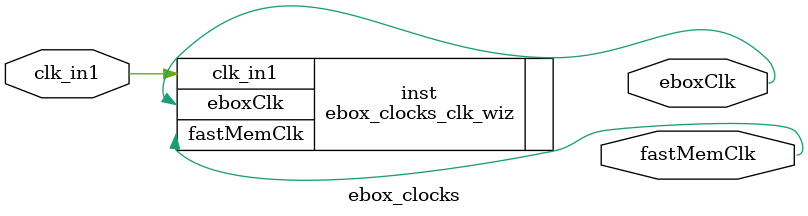
<source format=v>


`timescale 1ps/1ps

(* CORE_GENERATION_INFO = "ebox_clocks,clk_wiz_v6_0_4_0_0,{component_name=ebox_clocks,use_phase_alignment=true,use_min_o_jitter=false,use_max_i_jitter=false,use_dyn_phase_shift=false,use_inclk_switchover=false,use_dyn_reconfig=false,enable_axi=0,feedback_source=FDBK_AUTO,PRIMITIVE=MMCM,num_out_clk=2,clkin1_period=8.000,clkin2_period=10.000,use_power_down=false,use_reset=false,use_locked=false,use_inclk_stopped=false,feedback_type=SINGLE,CLOCK_MGR_TYPE=NA,manual_override=false}" *)

module ebox_clocks 
 (
  // Clock out ports
  output        eboxClk,
  output        fastMemClk,
 // Clock in ports
  input         clk_in1
 );

  ebox_clocks_clk_wiz inst
  (
  // Clock out ports  
  .eboxClk(eboxClk),
  .fastMemClk(fastMemClk),
 // Clock in ports
  .clk_in1(clk_in1)
  );

endmodule

</source>
